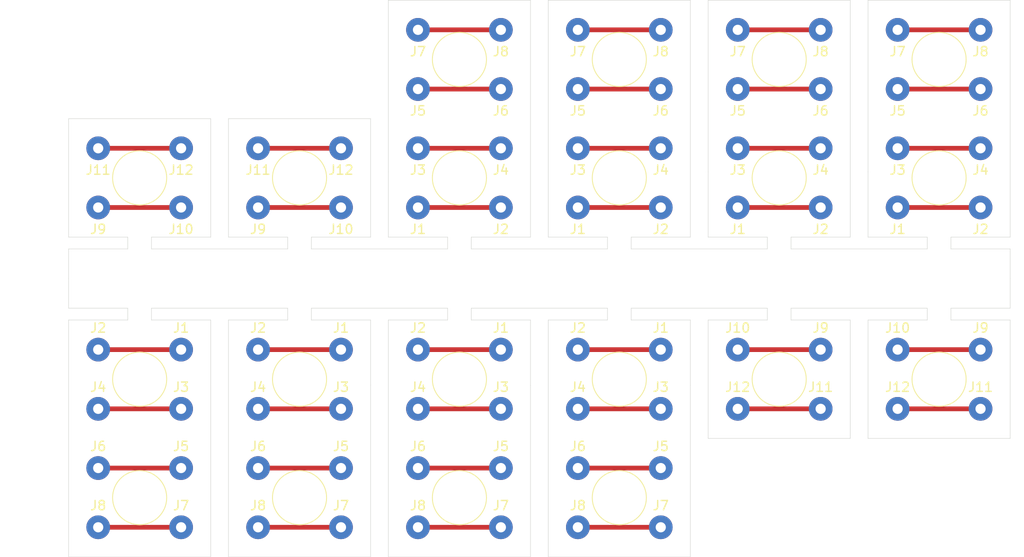
<source format=kicad_pcb>
(kicad_pcb (version 20240108) (generator "pcbnew") (generator_version "8.0")
  (layers (0 "F.Cu" signal) (31 "B.Cu" signal) (34 "B.Paste" user) (35 "F.Paste" user) (36 "B.SilkS" user "B.Silkscreen") (37 "F.SilkS" user "F.Silkscreen") (38 "B.Mask" user) (39 "F.Mask" user) (44 "Edge.Cuts" user))
  (net 0 "")
  (net 1 "Net-(J1-Pin_1)")
  (net 2 "Net-(J3-Pin_1)")
  (net 3 "Net-(J5-Pin_1)")
  (net 4 "Net-(J7-Pin_1)")
  (net 5 "Net-(J10-Pin_1)")
  (net 6 "Net-(J11-Pin_1)")
  (footprint "my-conn-pad:PinHeader_1x01_P2.54mm_Vertical" (layer "F.Cu") (at 132.715 38.735 180)
    (property "Reference" "J8" (at 0 -2.33 360) (layer "F.SilkS"))
    (property "Value" "Conn_01x01")
    (pad "1" thru_hole circle (at 0 0 180) (size 2.54 2.54) (drill 1.0922) (layers "*.Cu" "*.Mask") (net 4 "Net-(J7-Pin_1)"))
  )
  (footprint "my-conn-pad:PinHeader_1x01_P2.54mm_Vertical" (layer "F.Cu") (at 72.39 51.435 180)
    (property "Reference" "J11" (at 0 -2.33 360) (layer "F.SilkS"))
    (property "Value" "Conn_01x01")
    (pad "1" thru_hole circle (at 0 0 180) (size 2.54 2.54) (drill 1.0922) (layers "*.Cu" "*.Mask") (net 6 "Net-(J11-Pin_1)"))
  )
  (footprint "my-conn-pad:PinHeader_1x01_P2.54mm_Vertical" (layer "F.Cu") (at 89.535 51.435 180)
    (property "Reference" "J3" (at 0 -2.33 360) (layer "F.SilkS"))
    (property "Value" "Conn_01x01")
    (pad "1" thru_hole circle (at 0 0 180) (size 2.54 2.54) (drill 1.0922) (layers "*.Cu" "*.Mask") (net 2 "Net-(J3-Pin_1)"))
  )
  (footprint "my-conn-pad:PinHeader_1x01_P2.54mm_Vertical" (layer "F.Cu") (at 55.245 92.075)
    (property "Reference" "J8" (at 0 -2.33 0) (layer "F.SilkS"))
    (property "Value" "Conn_01x01")
    (pad "1" thru_hole circle (at 0 0) (size 2.54 2.54) (drill 1.0922) (layers "*.Cu" "*.Mask") (net 4 "Net-(J7-Pin_1)"))
  )
  (footprint "my_mtg_hole:hole-440-nopad" (layer "F.Cu") (at 59.69 88.9)
    (property "Reference" "H2" (hide yes))
    (property "Value" "MountingHole")
    (fp_circle (center 0 0) (end 1.143 2.667) (stroke (width 0.1)) (fill none) (layer "F.SilkS"))
    (pad "" np_thru_hole circle (at 0 0) (size 1.524 1.524) (drill 3.2512) (layers "F&B.Cu" "*.Mask"))
  )
  (footprint "my-conn-pad:PinHeader_1x01_P2.54mm_Vertical" (layer "F.Cu") (at 140.97 51.435 180)
    (property "Reference" "J3" (at 0 -2.33 360) (layer "F.SilkS"))
    (property "Value" "Conn_01x01")
    (pad "1" thru_hole circle (at 0 0 180) (size 2.54 2.54) (drill 1.0922) (layers "*.Cu" "*.Mask") (net 2 "Net-(J3-Pin_1)"))
  )
  (footprint "my-conn-pad:PinHeader_1x01_P2.54mm_Vertical" (layer "F.Cu") (at 106.68 57.785 180)
    (property "Reference" "J1" (at 0 -2.33 360) (layer "F.SilkS"))
    (property "Value" "Conn_01x01")
    (pad "1" thru_hole circle (at 0 0 180) (size 2.54 2.54) (drill 1.0922) (layers "*.Cu" "*.Mask") (net 1 "Net-(J1-Pin_1)"))
  )
  (footprint "my-conn-pad:PinHeader_1x01_P2.54mm_Vertical" (layer "F.Cu") (at 132.715 51.435 180)
    (property "Reference" "J4" (at 0 -2.33 360) (layer "F.SilkS"))
    (property "Value" "Conn_01x01")
    (pad "1" thru_hole circle (at 0 0 180) (size 2.54 2.54) (drill 1.0922) (layers "*.Cu" "*.Mask") (net 2 "Net-(J3-Pin_1)"))
  )
  (footprint "my_mtg_hole:hole-440-nopad" (layer "F.Cu") (at 128.27 76.2)
    (property "Reference" "H3" (hide yes))
    (property "Value" "MountingHole")
    (fp_circle (center 0 0) (end 1.143 2.667) (stroke (width 0.1)) (fill none) (layer "F.SilkS"))
    (pad "" np_thru_hole circle (at 0 0) (size 1.524 1.524) (drill 3.2512) (layers "F&B.Cu" "*.Mask"))
  )
  (footprint "my-conn-pad:PinHeader_1x01_P2.54mm_Vertical" (layer "F.Cu") (at 132.715 73.025)
    (property "Reference" "J9" (at 0 -2.33 0) (layer "F.SilkS"))
    (property "Value" "Conn_01x01")
    (pad "1" thru_hole circle (at 0 0) (size 2.54 2.54) (drill 1.0922) (layers "*.Cu" "*.Mask") (net 5 "Net-(J10-Pin_1)"))
  )
  (footprint "my-conn-pad:PinHeader_1x01_P2.54mm_Vertical" (layer "F.Cu") (at 106.68 85.725)
    (property "Reference" "J6" (at 0 -2.33 0) (layer "F.SilkS"))
    (property "Value" "Conn_01x01")
    (pad "1" thru_hole circle (at 0 0) (size 2.54 2.54) (drill 1.0922) (layers "*.Cu" "*.Mask") (net 3 "Net-(J5-Pin_1)"))
  )
  (footprint "my-conn-pad:PinHeader_1x01_P2.54mm_Vertical" (layer "F.Cu") (at 132.715 45.085 180)
    (property "Reference" "J6" (at 0 -2.33 360) (layer "F.SilkS"))
    (property "Value" "Conn_01x01")
    (pad "1" thru_hole circle (at 0 0 180) (size 2.54 2.54) (drill 1.0922) (layers "*.Cu" "*.Mask") (net 3 "Net-(J5-Pin_1)"))
  )
  (footprint "my-conn-pad:PinHeader_1x01_P2.54mm_Vertical" (layer "F.Cu") (at 123.825 38.735 180)
    (property "Reference" "J7" (at 0 -2.33 360) (layer "F.SilkS"))
    (property "Value" "Conn_01x01")
    (pad "1" thru_hole circle (at 0 0 180) (size 2.54 2.54) (drill 1.0922) (layers "*.Cu" "*.Mask") (net 4 "Net-(J7-Pin_1)"))
  )
  (footprint "my-conn-pad:PinHeader_1x01_P2.54mm_Vertical" (layer "F.Cu") (at 89.535 57.785 180)
    (property "Reference" "J1" (at 0 -2.33 360) (layer "F.SilkS"))
    (property "Value" "Conn_01x01")
    (pad "1" thru_hole circle (at 0 0 180) (size 2.54 2.54) (drill 1.0922) (layers "*.Cu" "*.Mask") (net 1 "Net-(J1-Pin_1)"))
  )
  (footprint "my-conn-pad:PinHeader_1x01_P2.54mm_Vertical" (layer "F.Cu") (at 72.39 92.075)
    (property "Reference" "J8" (at 0 -2.33 0) (layer "F.SilkS"))
    (property "Value" "Conn_01x01")
    (pad "1" thru_hole circle (at 0 0) (size 2.54 2.54) (drill 1.0922) (layers "*.Cu" "*.Mask") (net 4 "Net-(J7-Pin_1)"))
  )
  (footprint "my_mtg_hole:hole-440-nopad" (layer "F.Cu") (at 128.27 54.61 180)
    (property "Reference" "H1" (hide yes))
    (property "Value" "MountingHole")
    (fp_circle (center 0 0) (end 1.143 2.667) (stroke (width 0.1)) (fill none) (layer "F.SilkS"))
    (pad "" np_thru_hole circle (at 0 0 180) (size 1.524 1.524) (drill 3.2512) (layers "F&B.Cu" "*.Mask"))
  )
  (footprint "my-conn-pad:PinHeader_1x01_P2.54mm_Vertical" (layer "F.Cu") (at 115.57 45.085 180)
    (property "Reference" "J6" (at 0 -2.33 360) (layer "F.SilkS"))
    (property "Value" "Conn_01x01")
    (pad "1" thru_hole circle (at 0 0 180) (size 2.54 2.54) (drill 1.0922) (layers "*.Cu" "*.Mask") (net 3 "Net-(J5-Pin_1)"))
  )
  (footprint "my-conn-pad:PinHeader_1x01_P2.54mm_Vertical" (layer "F.Cu") (at 149.86 51.435 180)
    (property "Reference" "J4" (at 0 -2.33 360) (layer "F.SilkS"))
    (property "Value" "Conn_01x01")
    (pad "1" thru_hole circle (at 0 0 180) (size 2.54 2.54) (drill 1.0922) (layers "*.Cu" "*.Mask") (net 2 "Net-(J3-Pin_1)"))
  )
  (footprint "my-conn-pad:PinHeader_1x01_P2.54mm_Vertical" (layer "F.Cu") (at 106.68 45.085 180)
    (property "Reference" "J5" (at 0 -2.33 360) (layer "F.SilkS"))
    (property "Value" "Conn_01x01")
    (pad "1" thru_hole circle (at 0 0 180) (size 2.54 2.54) (drill 1.0922) (layers "*.Cu" "*.Mask") (net 3 "Net-(J5-Pin_1)"))
  )
  (footprint "my-conn-pad:PinHeader_1x01_P2.54mm_Vertical" (layer "F.Cu") (at 149.86 45.085 180)
    (property "Reference" "J6" (at 0 -2.33 360) (layer "F.SilkS"))
    (property "Value" "Conn_01x01")
    (pad "1" thru_hole circle (at 0 0 180) (size 2.54 2.54) (drill 1.0922) (layers "*.Cu" "*.Mask") (net 3 "Net-(J5-Pin_1)"))
  )
  (footprint "my-conn-pad:PinHeader_1x01_P2.54mm_Vertical" (layer "F.Cu") (at 132.715 79.375)
    (property "Reference" "J11" (at 0 -2.33 0) (layer "F.SilkS"))
    (property "Value" "Conn_01x01")
    (pad "1" thru_hole circle (at 0 0) (size 2.54 2.54) (drill 1.0922) (layers "*.Cu" "*.Mask") (net 6 "Net-(J11-Pin_1)"))
  )
  (footprint "my-conn-pad:PinHeader_1x01_P2.54mm_Vertical" (layer "F.Cu") (at 115.57 85.725)
    (property "Reference" "J5" (at 0 -2.33 0) (layer "F.SilkS"))
    (property "Value" "Conn_01x01")
    (pad "1" thru_hole circle (at 0 0) (size 2.54 2.54) (drill 1.0922) (layers "*.Cu" "*.Mask") (net 3 "Net-(J5-Pin_1)"))
  )
  (footprint "my-conn-pad:PinHeader_1x01_P2.54mm_Vertical" (layer "F.Cu") (at 98.425 38.735 180)
    (property "Reference" "J8" (at 0 -2.33 360) (layer "F.SilkS"))
    (property "Value" "Conn_01x01")
    (pad "1" thru_hole circle (at 0 0 180) (size 2.54 2.54) (drill 1.0922) (layers "*.Cu" "*.Mask") (net 4 "Net-(J7-Pin_1)"))
  )
  (footprint "my-conn-pad:PinHeader_1x01_P2.54mm_Vertical" (layer "F.Cu") (at 55.245 51.435 180)
    (property "Reference" "J11" (at 0 -2.33 360) (layer "F.SilkS"))
    (property "Value" "Conn_01x01")
    (pad "1" thru_hole circle (at 0 0 180) (size 2.54 2.54) (drill 1.0922) (layers "*.Cu" "*.Mask") (net 6 "Net-(J11-Pin_1)"))
  )
  (footprint "my_mtg_hole:hole-440-nopad" (layer "F.Cu") (at 145.415 54.61 180)
    (property "Reference" "H1" (hide yes))
    (property "Value" "MountingHole")
    (fp_circle (center 0 0) (end 1.143 2.667) (stroke (width 0.1)) (fill none) (layer "F.SilkS"))
    (pad "" np_thru_hole circle (at 0 0 180) (size 1.524 1.524) (drill 3.2512) (layers "F&B.Cu" "*.Mask"))
  )
  (footprint "my-conn-pad:PinHeader_1x01_P2.54mm_Vertical" (layer "F.Cu") (at 64.135 57.785 180)
    (property "Reference" "J10" (at 0 -2.33 360) (layer "F.SilkS"))
    (property "Value" "Conn_01x01")
    (pad "1" thru_hole circle (at 0 0 180) (size 2.54 2.54) (drill 1.0922) (layers "*.Cu" "*.Mask") (net 5 "Net-(J10-Pin_1)"))
  )
  (footprint "my-conn-pad:PinHeader_1x01_P2.54mm_Vertical" (layer "F.Cu") (at 72.39 57.785 180)
    (property "Reference" "J9" (at 0 -2.33 360) (layer "F.SilkS"))
    (property "Value" "Conn_01x01")
    (pad "1" thru_hole circle (at 0 0 180) (size 2.54 2.54) (drill 1.0922) (layers "*.Cu" "*.Mask") (net 5 "Net-(J10-Pin_1)"))
  )
  (footprint "my-conn-pad:PinHeader_1x01_P2.54mm_Vertical" (layer "F.Cu") (at 89.535 38.735 180)
    (property "Reference" "J7" (at 0 -2.33 360) (layer "F.SilkS"))
    (property "Value" "Conn_01x01")
    (pad "1" thru_hole circle (at 0 0 180) (size 2.54 2.54) (drill 1.0922) (layers "*.Cu" "*.Mask") (net 4 "Net-(J7-Pin_1)"))
  )
  (footprint "my-conn-pad:PinHeader_1x01_P2.54mm_Vertical" (layer "F.Cu") (at 81.28 51.435 180)
    (property "Reference" "J12" (at 0 -2.33 360) (layer "F.SilkS"))
    (property "Value" "Conn_01x01")
    (pad "1" thru_hole circle (at 0 0 180) (size 2.54 2.54) (drill 1.0922) (layers "*.Cu" "*.Mask") (net 6 "Net-(J11-Pin_1)"))
  )
  (footprint "my-conn-pad:PinHeader_1x01_P2.54mm_Vertical" (layer "F.Cu") (at 106.68 38.735 180)
    (property "Reference" "J7" (at 0 -2.33 360) (layer "F.SilkS"))
    (property "Value" "Conn_01x01")
    (pad "1" thru_hole circle (at 0 0 180) (size 2.54 2.54) (drill 1.0922) (layers "*.Cu" "*.Mask") (net 4 "Net-(J7-Pin_1)"))
  )
  (footprint "my-conn-pad:PinHeader_1x01_P2.54mm_Vertical" (layer "F.Cu") (at 98.425 51.435 180)
    (property "Reference" "J4" (at 0 -2.33 360) (layer "F.SilkS"))
    (property "Value" "Conn_01x01")
    (pad "1" thru_hole circle (at 0 0 180) (size 2.54 2.54) (drill 1.0922) (layers "*.Cu" "*.Mask") (net 2 "Net-(J3-Pin_1)"))
  )
  (footprint "my_mtg_hole:hole-440-nopad" (layer "F.Cu") (at 145.415 41.91 180)
    (property "Reference" "H2" (hide yes))
    (property "Value" "MountingHole")
    (fp_circle (center 0 0) (end 1.143 2.667) (stroke (width 0.1)) (fill none) (layer "F.SilkS"))
    (pad "" np_thru_hole circle (at 0 0 180) (size 1.524 1.524) (drill 3.2512) (layers "F&B.Cu" "*.Mask"))
  )
  (footprint "my-conn-pad:PinHeader_1x01_P2.54mm_Vertical" (layer "F.Cu") (at 81.28 73.025)
    (property "Reference" "J1" (at 0 -2.33 0) (layer "F.SilkS"))
    (property "Value" "Conn_01x01")
    (pad "1" thru_hole circle (at 0 0) (size 2.54 2.54) (drill 1.0922) (layers "*.Cu" "*.Mask") (net 1 "Net-(J1-Pin_1)"))
  )
  (footprint "my-conn-pad:PinHeader_1x01_P2.54mm_Vertical" (layer "F.Cu") (at 123.825 73.025)
    (property "Reference" "J10" (at 0 -2.33 0) (layer "F.SilkS"))
    (property "Value" "Conn_01x01")
    (pad "1" thru_hole circle (at 0 0) (size 2.54 2.54) (drill 1.0922) (layers "*.Cu" "*.Mask") (net 5 "Net-(J10-Pin_1)"))
  )
  (footprint "my-conn-pad:PinHeader_1x01_P2.54mm_Vertical" (layer "F.Cu") (at 140.97 38.735 180)
    (property "Reference" "J7" (at 0 -2.33 360) (layer "F.SilkS"))
    (property "Value" "Conn_01x01")
    (pad "1" thru_hole circle (at 0 0 180) (size 2.54 2.54) (drill 1.0922) (layers "*.Cu" "*.Mask") (net 4 "Net-(J7-Pin_1)"))
  )
  (footprint "my_mtg_hole:hole-440-nopad" (layer "F.Cu") (at 76.835 76.2)
    (property "Reference" "H1" (hide yes))
    (property "Value" "MountingHole")
    (fp_circle (center 0 0) (end 1.143 2.667) (stroke (width 0.1)) (fill none) (layer "F.SilkS"))
    (pad "" np_thru_hole circle (at 0 0) (size 1.524 1.524) (drill 3.2512) (layers "F&B.Cu" "*.Mask"))
  )
  (footprint "my_mtg_hole:hole-440-nopad" (layer "F.Cu") (at 111.125 76.2)
    (property "Reference" "H1" (hide yes))
    (property "Value" "MountingHole")
    (fp_circle (center 0 0) (end 1.143 2.667) (stroke (width 0.1)) (fill none) (layer "F.SilkS"))
    (pad "" np_thru_hole circle (at 0 0) (size 1.524 1.524) (drill 3.2512) (layers "F&B.Cu" "*.Mask"))
  )
  (footprint "my-conn-pad:PinHeader_1x01_P2.54mm_Vertical" (layer "F.Cu") (at 81.28 92.075)
    (property "Reference" "J7" (at 0 -2.33 0) (layer "F.SilkS"))
    (property "Value" "Conn_01x01")
    (pad "1" thru_hole circle (at 0 0) (size 2.54 2.54) (drill 1.0922) (layers "*.Cu" "*.Mask") (net 4 "Net-(J7-Pin_1)"))
  )
  (footprint "my-conn-pad:PinHeader_1x01_P2.54mm_Vertical" (layer "F.Cu") (at 81.28 57.785 180)
    (property "Reference" "J10" (at 0 -2.33 360) (layer "F.SilkS"))
    (property "Value" "Conn_01x01")
    (pad "1" thru_hole circle (at 0 0 180) (size 2.54 2.54) (drill 1.0922) (layers "*.Cu" "*.Mask") (net 5 "Net-(J10-Pin_1)"))
  )
  (footprint "my_mtg_hole:hole-440-nopad" (layer "F.Cu") (at 93.98 76.2)
    (property "Reference" "H1" (hide yes))
    (property "Value" "MountingHole")
    (fp_circle (center 0 0) (end 1.143 2.667) (stroke (width 0.1)) (fill none) (layer "F.SilkS"))
    (pad "" np_thru_hole circle (at 0 0) (size 1.524 1.524) (drill 3.2512) (layers "F&B.Cu" "*.Mask"))
  )
  (footprint "my_mtg_hole:hole-440-nopad" (layer "F.Cu") (at 111.125 88.9)
    (property "Reference" "H2" (hide yes))
    (property "Value" "MountingHole")
    (fp_circle (center 0 0) (end 1.143 2.667) (stroke (width 0.1)) (fill none) (layer "F.SilkS"))
    (pad "" np_thru_hole circle (at 0 0) (size 1.524 1.524) (drill 3.2512) (layers "F&B.Cu" "*.Mask"))
  )
  (footprint "my_mtg_hole:hole-440-nopad" (layer "F.Cu") (at 76.835 54.61 180)
    (property "Reference" "H3" (hide yes))
    (property "Value" "MountingHole")
    (fp_circle (center 0 0) (end 1.143 2.667) (stroke (width 0.1)) (fill none) (layer "F.SilkS"))
    (pad "" np_thru_hole circle (at 0 0 180) (size 1.524 1.524) (drill 3.2512) (layers "F&B.Cu" "*.Mask"))
  )
  (footprint "my_mtg_hole:hole-440-nopad" (layer "F.Cu") (at 111.125 54.61 180)
    (property "Reference" "H1" (hide yes))
    (property "Value" "MountingHole")
    (fp_circle (center 0 0) (end 1.143 2.667) (stroke (width 0.1)) (fill none) (layer "F.SilkS"))
    (pad "" np_thru_hole circle (at 0 0 180) (size 1.524 1.524) (drill 3.2512) (layers "F&B.Cu" "*.Mask"))
  )
  (footprint "my-conn-pad:PinHeader_1x01_P2.54mm_Vertical" (layer "F.Cu") (at 98.425 85.725)
    (property "Reference" "J5" (at 0 -2.33 0) (layer "F.SilkS"))
    (property "Value" "Conn_01x01")
    (pad "1" thru_hole circle (at 0 0) (size 2.54 2.54) (drill 1.0922) (layers "*.Cu" "*.Mask") (net 3 "Net-(J5-Pin_1)"))
  )
  (footprint "my-conn-pad:PinHeader_1x01_P2.54mm_Vertical" (layer "F.Cu") (at 98.425 45.085 180)
    (property "Reference" "J6" (at 0 -2.33 360) (layer "F.SilkS"))
    (property "Value" "Conn_01x01")
    (pad "1" thru_hole circle (at 0 0 180) (size 2.54 2.54) (drill 1.0922) (layers "*.Cu" "*.Mask") (net 3 "Net-(J5-Pin_1)"))
  )
  (footprint "my_mtg_hole:hole-440-nopad" (layer "F.Cu") (at 145.415 76.2)
    (property "Reference" "H3" (hide yes))
    (property "Value" "MountingHole")
    (fp_circle (center 0 0) (end 1.143 2.667) (stroke (width 0.1)) (fill none) (layer "F.SilkS"))
    (pad "" np_thru_hole circle (at 0 0) (size 1.524 1.524) (drill 3.2512) (layers "F&B.Cu" "*.Mask"))
  )
  (footprint "my-conn-pad:PinHeader_1x01_P2.54mm_Vertical" (layer "F.Cu") (at 98.425 79.375)
    (property "Reference" "J3" (at 0 -2.33 0) (layer "F.SilkS"))
    (property "Value" "Conn_01x01")
    (pad "1" thru_hole circle (at 0 0) (size 2.54 2.54) (drill 1.0922) (layers "*.Cu" "*.Mask") (net 2 "Net-(J3-Pin_1)"))
  )
  (footprint "my-conn-pad:PinHeader_1x01_P2.54mm_Vertical" (layer "F.Cu") (at 72.39 79.375)
    (property "Reference" "J4" (at 0 -2.33 0) (layer "F.SilkS"))
    (property "Value" "Conn_01x01")
    (pad "1" thru_hole circle (at 0 0) (size 2.54 2.54) (drill 1.0922) (layers "*.Cu" "*.Mask") (net 2 "Net-(J3-Pin_1)"))
  )
  (footprint "my-conn-pad:PinHeader_1x01_P2.54mm_Vertical" (layer "F.Cu") (at 115.57 92.075)
    (property "Reference" "J7" (at 0 -2.33 0) (layer "F.SilkS"))
    (property "Value" "Conn_01x01")
    (pad "1" thru_hole circle (at 0 0) (size 2.54 2.54) (drill 1.0922) (layers "*.Cu" "*.Mask") (net 4 "Net-(J7-Pin_1)"))
  )
  (footprint "my-conn-pad:PinHeader_1x01_P2.54mm_Vertical" (layer "F.Cu") (at 149.86 38.735 180)
    (property "Reference" "J8" (at 0 -2.33 360) (layer "F.SilkS"))
    (property "Value" "Conn_01x01")
    (pad "1" thru_hole circle (at 0 0 180) (size 2.54 2.54) (drill 1.0922) (layers "*.Cu" "*.Mask") (net 4 "Net-(J7-Pin_1)"))
  )
  (footprint "my-conn-pad:PinHeader_1x01_P2.54mm_Vertical" (layer "F.Cu") (at 115.57 57.785 180)
    (property "Reference" "J2" (at 0 -2.33 360) (layer "F.SilkS"))
    (property "Value" "Conn_01x01")
    (pad "1" thru_hole circle (at 0 0 180) (size 2.54 2.54) (drill 1.0922) (layers "*.Cu" "*.Mask") (net 1 "Net-(J1-Pin_1)"))
  )
  (footprint "my_mtg_hole:hole-440-nopad" (layer "F.Cu") (at 93.98 54.61 180)
    (property "Reference" "H1" (hide yes))
    (property "Value" "MountingHole")
    (fp_circle (center 0 0) (end 1.143 2.667) (stroke (width 0.1)) (fill none) (layer "F.SilkS"))
    (pad "" np_thru_hole circle (at 0 0 180) (size 1.524 1.524) (drill 3.2512) (layers "F&B.Cu" "*.Mask"))
  )
  (footprint "my_mtg_hole:hole-440-nopad" (layer "F.Cu") (at 93.98 88.9)
    (property "Reference" "H2" (hide yes))
    (property "Value" "MountingHole")
    (fp_circle (center 0 0) (end 1.143 2.667) (stroke (width 0.1)) (fill none) (layer "F.SilkS"))
    (pad "" np_thru_hole circle (at 0 0) (size 1.524 1.524) (drill 3.2512) (layers "F&B.Cu" "*.Mask"))
  )
  (footprint "my-conn-pad:PinHeader_1x01_P2.54mm_Vertical" (layer "F.Cu") (at 140.97 79.375)
    (property "Reference" "J12" (at 0 -2.33 0) (layer "F.SilkS"))
    (property "Value" "Conn_01x01")
    (pad "1" thru_hole circle (at 0 0) (size 2.54 2.54) (drill 1.0922) (layers "*.Cu" "*.Mask") (net 6 "Net-(J11-Pin_1)"))
  )
  (footprint "my-conn-pad:PinHeader_1x01_P2.54mm_Vertical" (layer "F.Cu") (at 140.97 73.025)
    (property "Reference" "J10" (at 0 -2.33 0) (layer "F.SilkS"))
    (property "Value" "Conn_01x01")
    (pad "1" thru_hole circle (at 0 0) (size 2.54 2.54) (drill 1.0922) (layers "*.Cu" "*.Mask") (net 5 "Net-(J10-Pin_1)"))
  )
  (footprint "my-conn-pad:PinHeader_1x01_P2.54mm_Vertical" (layer "F.Cu") (at 115.57 79.375)
    (property "Reference" "J3" (at 0 -2.33 0) (layer "F.SilkS"))
    (property "Value" "Conn_01x01")
    (pad "1" thru_hole circle (at 0 0) (size 2.54 2.54) (drill 1.0922) (layers "*.Cu" "*.Mask") (net 2 "Net-(J3-Pin_1)"))
  )
  (footprint "my-conn-pad:PinHeader_1x01_P2.54mm_Vertical" (layer "F.Cu") (at 98.425 57.785 180)
    (property "Reference" "J2" (at 0 -2.33 360) (layer "F.SilkS"))
    (property "Value" "Conn_01x01")
    (pad "1" thru_hole circle (at 0 0 180) (size 2.54 2.54) (drill 1.0922) (layers "*.Cu" "*.Mask") (net 1 "Net-(J1-Pin_1)"))
  )
  (footprint "my_mtg_hole:hole-440-nopad" (layer "F.Cu") (at 128.27 41.91 180)
    (property "Reference" "H2" (hide yes))
    (property "Value" "MountingHole")
    (fp_circle (center 0 0) (end 1.143 2.667) (stroke (width 0.1)) (fill none) (layer "F.SilkS"))
    (pad "" np_thru_hole circle (at 0 0 180) (size 1.524 1.524) (drill 3.2512) (layers "F&B.Cu" "*.Mask"))
  )
  (footprint "my-conn-pad:PinHeader_1x01_P2.54mm_Vertical" (layer "F.Cu") (at 64.135 51.435 180)
    (property "Reference" "J12" (at 0 -2.33 360) (layer "F.SilkS"))
    (property "Value" "Conn_01x01")
    (pad "1" thru_hole circle (at 0 0 180) (size 2.54 2.54) (drill 1.0922) (layers "*.Cu" "*.Mask") (net 6 "Net-(J11-Pin_1)"))
  )
  (footprint "my_mtg_hole:hole-440-nopad" (layer "F.Cu") (at 76.835 88.9)
    (property "Reference" "H2" (hide yes))
    (property "Value" "MountingHole")
    (fp_circle (center 0 0) (end 1.143 2.667) (stroke (width 0.1)) (fill none) (layer "F.SilkS"))
    (pad "" np_thru_hole circle (at 0 0) (size 1.524 1.524) (drill 3.2512) (layers "F&B.Cu" "*.Mask"))
  )
  (footprint "my-conn-pad:PinHeader_1x01_P2.54mm_Vertical" (layer "F.Cu") (at 64.135 85.725)
    (property "Reference" "J5" (at 0 -2.33 0) (layer "F.SilkS"))
    (property "Value" "Conn_01x01")
    (pad "1" thru_hole circle (at 0 0) (size 2.54 2.54) (drill 1.0922) (layers "*.Cu" "*.Mask") (net 3 "Net-(J5-Pin_1)"))
  )
  (footprint "my_mtg_hole:hole-440-nopad" (layer "F.Cu") (at 59.69 54.61 180)
    (property "Reference" "H3" (hide yes))
    (property "Value" "MountingHole")
    (fp_circle (center 0 0) (end 1.143 2.667) (stroke (width 0.1)) (fill none) (layer "F.SilkS"))
    (pad "" np_thru_hole circle (at 0 0 180) (size 1.524 1.524) (drill 3.2512) (layers "F&B.Cu" "*.Mask"))
  )
  (footprint "my-conn-pad:PinHeader_1x01_P2.54mm_Vertical" (layer "F.Cu") (at 98.425 92.075)
    (property "Reference" "J7" (at 0 -2.33 0) (layer "F.SilkS"))
    (property "Value" "Conn_01x01")
    (pad "1" thru_hole circle (at 0 0) (size 2.54 2.54) (drill 1.0922) (layers "*.Cu" "*.Mask") (net 4 "Net-(J7-Pin_1)"))
  )
  (footprint "my-conn-pad:PinHeader_1x01_P2.54mm_Vertical" (layer "F.Cu") (at 55.245 85.725)
    (property "Reference" "J6" (at 0 -2.33 0) (layer "F.SilkS"))
    (property "Value" "Conn_01x01")
    (pad "1" thru_hole circle (at 0 0) (size 2.54 2.54) (drill 1.0922) (layers "*.Cu" "*.Mask") (net 3 "Net-(J5-Pin_1)"))
  )
  (footprint "my-conn-pad:PinHeader_1x01_P2.54mm_Vertical" (layer "F.Cu") (at 64.135 73.025)
    (property "Reference" "J1" (at 0 -2.33 0) (layer "F.SilkS"))
    (property "Value" "Conn_01x01")
    (pad "1" thru_hole circle (at 0 0) (size 2.54 2.54) (drill 1.0922) (layers "*.Cu" "*.Mask") (net 1 "Net-(J1-Pin_1)"))
  )
  (footprint "my-conn-pad:PinHeader_1x01_P2.54mm_Vertical" (layer "F.Cu") (at 81.28 85.725)
    (property "Reference" "J5" (at 0 -2.33 0) (layer "F.SilkS"))
    (property "Value" "Conn_01x01")
    (pad "1" thru_hole circle (at 0 0) (size 2.54 2.54) (drill 1.0922) (layers "*.Cu" "*.Mask") (net 3 "Net-(J5-Pin_1)"))
  )
  (footprint "my-conn-pad:PinHeader_1x01_P2.54mm_Vertical" (layer "F.Cu") (at 55.245 57.785 180)
    (property "Reference" "J9" (at 0 -2.33 360) (layer "F.SilkS"))
    (property "Value" "Conn_01x01")
    (pad "1" thru_hole circle (at 0 0 180) (size 2.54 2.54) (drill 1.0922) (layers "*.Cu" "*.Mask") (net 5 "Net-(J10-Pin_1)"))
  )
  (footprint "my-conn-pad:PinHeader_1x01_P2.54mm_Vertical" (layer "F.Cu") (at 106.68 73.025)
    (property "Reference" "J2" (at 0 -2.33 0) (layer "F.SilkS"))
    (property "Value" "Conn_01x01")
    (pad "1" thru_hole circle (at 0 0) (size 2.54 2.54) (drill 1.0922) (layers "*.Cu" "*.Mask") (net 1 "Net-(J1-Pin_1)"))
  )
  (footprint "my-conn-pad:PinHeader_1x01_P2.54mm_Vertical" (layer "F.Cu") (at 140.97 45.085 180)
    (property "Reference" "J5" (at 0 -2.33 360) (layer "F.SilkS"))
    (property "Value" "Conn_01x01")
    (pad "1" thru_hole circle (at 0 0 180) (size 2.54 2.54) (drill 1.0922) (layers "*.Cu" "*.Mask") (net 3 "Net-(J5-Pin_1)"))
  )
  (footprint "my-conn-pad:PinHeader_1x01_P2.54mm_Vertical" (layer "F.Cu") (at 89.535 45.085 180)
    (property "Reference" "J5" (at 0 -2.33 360) (layer "F.SilkS"))
    (property "Value" "Conn_01x01")
    (pad "1" thru_hole circle (at 0 0 180) (size 2.54 2.54) (drill 1.0922) (layers "*.Cu" "*.Mask") (net 3 "Net-(J5-Pin_1)"))
  )
  (footprint "my-conn-pad:PinHeader_1x01_P2.54mm_Vertical" (layer "F.Cu") (at 98.425 73.025)
    (property "Reference" "J1" (at 0 -2.33 0) (layer "F.SilkS"))
    (property "Value" "Conn_01x01")
    (pad "1" thru_hole circle (at 0 0) (size 2.54 2.54) (drill 1.0922) (layers "*.Cu" "*.Mask") (net 1 "Net-(J1-Pin_1)"))
  )
  (footprint "my-conn-pad:PinHeader_1x01_P2.54mm_Vertical" (layer "F.Cu") (at 72.39 73.025)
    (property "Reference" "J2" (at 0 -2.33 0) (layer "F.SilkS"))
    (property "Value" "Conn_01x01")
    (pad "1" thru_hole circle (at 0 0) (size 2.54 2.54) (drill 1.0922) (layers "*.Cu" "*.Mask") (net 1 "Net-(J1-Pin_1)"))
  )
  (footprint "my-conn-pad:PinHeader_1x01_P2.54mm_Vertical" (layer "F.Cu") (at 149.86 79.375)
    (property "Reference" "J11" (at 0 -2.33 0) (layer "F.SilkS"))
    (property "Value" "Conn_01x01")
    (pad "1" thru_hole circle (at 0 0) (size 2.54 2.54) (drill 1.0922) (layers "*.Cu" "*.Mask") (net 6 "Net-(J11-Pin_1)"))
  )
  (footprint "my-conn-pad:PinHeader_1x01_P2.54mm_Vertical" (layer "F.Cu") (at 55.245 79.375)
    (property "Reference" "J4" (at 0 -2.33 0) (layer "F.SilkS"))
    (property "Value" "Conn_01x01")
    (pad "1" thru_hole circle (at 0 0) (size 2.54 2.54) (drill 1.0922) (layers "*.Cu" "*.Mask") (net 2 "Net-(J3-Pin_1)"))
  )
  (footprint "my-conn-pad:PinHeader_1x01_P2.54mm_Vertical" (layer "F.Cu") (at 89.535 92.075)
    (property "Reference" "J8" (at 0 -2.33 0) (layer "F.SilkS"))
    (property "Value" "Conn_01x01")
    (pad "1" thru_hole circle (at 0 0) (size 2.54 2.54) (drill 1.0922) (layers "*.Cu" "*.Mask") (net 4 "Net-(J7-Pin_1)"))
  )
  (footprint "my-conn-pad:PinHeader_1x01_P2.54mm_Vertical" (layer "F.Cu") (at 123.825 45.085 180)
    (property "Reference" "J5" (at 0 -2.33 360) (layer "F.SilkS"))
    (property "Value" "Conn_01x01")
    (pad "1" thru_hole circle (at 0 0 180) (size 2.54 2.54) (drill 1.0922) (layers "*.Cu" "*.Mask") (net 3 "Net-(J5-Pin_1)"))
  )
  (footprint "my-conn-pad:PinHeader_1x01_P2.54mm_Vertical" (layer "F.Cu") (at 123.825 79.375)
    (property "Reference" "J12" (at 0 -2.33 0) (layer "F.SilkS"))
    (property "Value" "Conn_01x01")
    (pad "1" thru_hole circle (at 0 0) (size 2.54 2.54) (drill 1.0922) (layers "*.Cu" "*.Mask") (net 6 "Net-(J11-Pin_1)"))
  )
  (footprint "my_mtg_hole:hole-440-nopad" (layer "F.Cu") (at 93.98 41.91 180)
    (property "Reference" "H2" (hide yes))
    (property "Value" "MountingHole")
    (fp_circle (center 0 0) (end 1.143 2.667) (stroke (width 0.1)) (fill none) (layer "F.SilkS"))
    (pad "" np_thru_hole circle (at 0 0 180) (size 1.524 1.524) (drill 3.2512) (layers "F&B.Cu" "*.Mask"))
  )
  (footprint "my-conn-pad:PinHeader_1x01_P2.54mm_Vertical" (layer "F.Cu") (at 115.57 51.435 180)
    (property "Reference" "J4" (at 0 -2.33 360) (layer "F.SilkS"))
    (property "Value" "Conn_01x01")
    (pad "1" thru_hole circle (at 0 0 180) (size 2.54 2.54) (drill 1.0922) (layers "*.Cu" "*.Mask") (net 2 "Net-(J3-Pin_1)"))
  )
  (footprint "my-conn-pad:PinHeader_1x01_P2.54mm_Vertical" (layer "F.Cu") (at 72.39 85.725)
    (property "Reference" "J6" (at 0 -2.33 0) (layer "F.SilkS"))
    (property "Value" "Conn_01x01")
    (pad "1" thru_hole circle (at 0 0) (size 2.54 2.54) (drill 1.0922) (layers "*.Cu" "*.Mask") (net 3 "Net-(J5-Pin_1)"))
  )
  (footprint "my-conn-pad:PinHeader_1x01_P2.54mm_Vertical" (layer "F.Cu") (at 55.245 73.025)
    (property "Reference" "J2" (at 0 -2.33 0) (layer "F.SilkS"))
    (property "Value" "Conn_01x01")
    (pad "1" thru_hole circle (at 0 0) (size 2.54 2.54) (drill 1.0922) (layers "*.Cu" "*.Mask") (net 1 "Net-(J1-Pin_1)"))
  )
  (footprint "my-conn-pad:PinHeader_1x01_P2.54mm_Vertical" (layer "F.Cu") (at 64.135 79.375)
    (property "Reference" "J3" (at 0 -2.33 0) (layer "F.SilkS"))
    (property "Value" "Conn_01x01")
    (pad "1" thru_hole circle (at 0 0) (size 2.54 2.54) (drill 1.0922) (layers "*.Cu" "*.Mask") (net 2 "Net-(J3-Pin_1)"))
  )
  (footprint "my-conn-pad:PinHeader_1x01_P2.54mm_Vertical" (layer "F.Cu") (at 81.28 79.375)
    (property "Reference" "J3" (at 0 -2.33 0) (layer "F.SilkS"))
    (property "Value" "Conn_01x01")
    (pad "1" thru_hole circle (at 0 0) (size 2.54 2.54) (drill 1.0922) (layers "*.Cu" "*.Mask") (net 2 "Net-(J3-Pin_1)"))
  )
  (footprint "my_mtg_hole:hole-440-nopad" (layer "F.Cu") (at 111.125 41.91 180)
    (property "Reference" "H2" (hide yes))
    (property "Value" "MountingHole")
    (fp_circle (center 0 0) (end 1.143 2.667) (stroke (width 0.1)) (fill none) (layer "F.SilkS"))
    (pad "" np_thru_hole circle (at 0 0 180) (size 1.524 1.524) (drill 3.2512) (layers "F&B.Cu" "*.Mask"))
  )
  (footprint "my-conn-pad:PinHeader_1x01_P2.54mm_Vertical" (layer "F.Cu") (at 132.715 57.785 180)
    (property "Reference" "J2" (at 0 -2.33 360) (layer "F.SilkS"))
    (property "Value" "Conn_01x01")
    (pad "1" thru_hole circle (at 0 0 180) (size 2.54 2.54) (drill 1.0922) (layers "*.Cu" "*.Mask") (net 1 "Net-(J1-Pin_1)"))
  )
  (footprint "my-conn-pad:PinHeader_1x01_P2.54mm_Vertical" (layer "F.Cu") (at 64.135 92.075)
    (property "Reference" "J7" (at 0 -2.33 0) (layer "F.SilkS"))
    (property "Value" "Conn_01x01")
    (pad "1" thru_hole circle (at 0 0) (size 2.54 2.54) (drill 1.0922) (layers "*.Cu" "*.Mask") (net 4 "Net-(J7-Pin_1)"))
  )
  (footprint "my-conn-pad:PinHeader_1x01_P2.54mm_Vertical" (layer "F.Cu") (at 106.68 51.435 180)
    (property "Reference" "J3" (at 0 -2.33 360) (layer "F.SilkS"))
    (property "Value" "Conn_01x01")
    (pad "1" thru_hole circle (at 0 0 180) (size 2.54 2.54) (drill 1.0922) (layers "*.Cu" "*.Mask") (net 2 "Net-(J3-Pin_1)"))
  )
  (footprint "my-conn-pad:PinHeader_1x01_P2.54mm_Vertical" (layer "F.Cu") (at 149.86 57.785 180)
    (property "Reference" "J2" (at 0 -2.33 360) (layer "F.SilkS"))
    (property "Value" "Conn_01x01")
    (pad "1" thru_hole circle (at 0 0 180) (size 2.54 2.54) (drill 1.0922) (layers "*.Cu" "*.Mask") (net 1 "Net-(J1-Pin_1)"))
  )
  (footprint "my-conn-pad:PinHeader_1x01_P2.54mm_Vertical" (layer "F.Cu") (at 149.86 73.025)
    (property "Reference" "J9" (at 0 -2.33 0) (layer "F.SilkS"))
    (property "Value" "Conn_01x01")
    (pad "1" thru_hole circle (at 0 0) (size 2.54 2.54) (drill 1.0922) (layers "*.Cu" "*.Mask") (net 5 "Net-(J10-Pin_1)"))
  )
  (footprint "my-conn-pad:PinHeader_1x01_P2.54mm_Vertical" (layer "F.Cu") (at 89.535 85.725)
    (property "Reference" "J6" (at 0 -2.33 0) (layer "F.SilkS"))
    (property "Value" "Conn_01x01")
    (pad "1" thru_hole circle (at 0 0) (size 2.54 2.54) (drill 1.0922) (layers "*.Cu" "*.Mask") (net 3 "Net-(J5-Pin_1)"))
  )
  (footprint "my-conn-pad:PinHeader_1x01_P2.54mm_Vertical" (layer "F.Cu") (at 115.57 73.025)
    (property "Reference" "J1" (at 0 -2.33 0) (layer "F.SilkS"))
    (property "Value" "Conn_01x01")
    (pad "1" thru_hole circle (at 0 0) (size 2.54 2.54) (drill 1.0922) (layers "*.Cu" "*.Mask") (net 1 "Net-(J1-Pin_1)"))
  )
  (footprint "my-conn-pad:PinHeader_1x01_P2.54mm_Vertical" (layer "F.Cu") (at 106.68 92.075)
    (property "Reference" "J8" (at 0 -2.33 0) (layer "F.SilkS"))
    (property "Value" "Conn_01x01")
    (pad "1" thru_hole circle (at 0 0) (size 2.54 2.54) (drill 1.0922) (layers "*.Cu" "*.Mask") (net 4 "Net-(J7-Pin_1)"))
  )
  (footprint "my-conn-pad:PinHeader_1x01_P2.54mm_Vertical" (layer "F.Cu") (at 89.535 73.025)
    (property "Reference" "J2" (at 0 -2.33 0) (layer "F.SilkS"))
    (property "Value" "Conn_01x01")
    (pad "1" thru_hole circle (at 0 0) (size 2.54 2.54) (drill 1.0922) (layers "*.Cu" "*.Mask") (net 1 "Net-(J1-Pin_1)"))
  )
  (footprint "my-conn-pad:PinHeader_1x01_P2.54mm_Vertical" (layer "F.Cu") (at 140.97 57.785 180)
    (property "Reference" "J1" (at 0 -2.33 360) (layer "F.SilkS"))
    (property "Value" "Conn_01x01")
    (pad "1" thru_hole circle (at 0 0 180) (size 2.54 2.54) (drill 1.0922) (layers "*.Cu" "*.Mask") (net 1 "Net-(J1-Pin_1)"))
  )
  (footprint "my_mtg_hole:hole-440-nopad" (layer "F.Cu") (at 59.69 76.2)
    (property "Reference" "H1" (hide yes))
    (property "Value" "MountingHole")
    (fp_circle (center 0 0) (end 1.143 2.667) (stroke (width 0.1)) (fill none) (layer "F.SilkS"))
    (pad "" np_thru_hole circle (at 0 0) (size 1.524 1.524) (drill 3.2512) (layers "F&B.Cu" "*.Mask"))
  )
  (footprint "my-conn-pad:PinHeader_1x01_P2.54mm_Vertical" (layer "F.Cu") (at 123.825 57.785 180)
    (property "Reference" "J1" (at 0 -2.33 360) (layer "F.SilkS"))
    (property "Value" "Conn_01x01")
    (pad "1" thru_hole circle (at 0 0 180) (size 2.54 2.54) (drill 1.0922) (layers "*.Cu" "*.Mask") (net 1 "Net-(J1-Pin_1)"))
  )
  (footprint "my-conn-pad:PinHeader_1x01_P2.54mm_Vertical" (layer "F.Cu") (at 89.535 79.375)
    (property "Reference" "J4" (at 0 -2.33 0) (layer "F.SilkS"))
    (property "Value" "Conn_01x01")
    (pad "1" thru_hole circle (at 0 0) (size 2.54 2.54) (drill 1.0922) (layers "*.Cu" "*.Mask") (net 2 "Net-(J3-Pin_1)"))
  )
  (footprint "my-conn-pad:PinHeader_1x01_P2.54mm_Vertical" (layer "F.Cu") (at 115.57 38.735 180)
    (property "Reference" "J8" (at 0 -2.33 360) (layer "F.SilkS"))
    (property "Value" "Conn_01x01")
    (pad "1" thru_hole circle (at 0 0 180) (size 2.54 2.54) (drill 1.0922) (layers "*.Cu" "*.Mask") (net 4 "Net-(J7-Pin_1)"))
  )
  (footprint "my-conn-pad:PinHeader_1x01_P2.54mm_Vertical" (layer "F.Cu") (at 106.68 79.375)
    (property "Reference" "J4" (at 0 -2.33 0) (layer "F.SilkS"))
    (property "Value" "Conn_01x01")
    (pad "1" thru_hole circle (at 0 0) (size 2.54 2.54) (drill 1.0922) (layers "*.Cu" "*.Mask") (net 2 "Net-(J3-Pin_1)"))
  )
  (footprint "my-conn-pad:PinHeader_1x01_P2.54mm_Vertical" (layer "F.Cu") (at 123.825 51.435 180)
    (property "Reference" "J3" (at 0 -2.33 360) (layer "F.SilkS"))
    (property "Value" "Conn_01x01")
    (pad "1" thru_hole circle (at 0 0 180) (size 2.54 2.54) (drill 1.0922) (layers "*.Cu" "*.Mask") (net 2 "Net-(J3-Pin_1)"))
  )
  (gr_line (start 118.745 76.835) (end 118.745 76.835) (stroke (width 0.05)) (layer "Edge.Cuts"))
  (gr_line (start 103.505 35.56) (end 118.745 35.56) (stroke (width 0.05)) (layer "Edge.Cuts"))
  (gr_line (start 101.6 60.96) (end 95.25 60.96) (stroke (width 0.05)) (layer "Edge.Cuts"))
  (gr_line (start 84.455 76.835) (end 84.455 76.835) (stroke (width 0.05)) (layer "Edge.Cuts"))
  (gr_line (start 144.145 60.96) (end 137.795 60.96) (stroke (width 0.05)) (layer "Edge.Cuts"))
  (gr_line (start 146.685 68.58) (end 153.035 68.58) (stroke (width 0.05)) (layer "Edge.Cuts"))
  (gr_line (start 86.36 35.56) (end 101.6 35.56) (stroke (width 0.05)) (layer "Edge.Cuts"))
  (gr_line (start 75.565 62.23) (end 75.565 60.96) (stroke (width 0.05)) (layer "Edge.Cuts"))
  (gr_line (start 129.54 68.58) (end 144.145 68.58) (stroke (width 0.05)) (layer "Edge.Cuts"))
  (gr_line (start 69.215 69.85) (end 75.565 69.85) (stroke (width 0.05)) (layer "Edge.Cuts"))
  (gr_line (start 92.71 60.96) (end 86.36 60.96) (stroke (width 0.05)) (layer "Edge.Cuts"))
  (gr_line (start 146.685 69.85) (end 153.035 69.85) (stroke (width 0.05)) (layer "Edge.Cuts"))
  (gr_line (start 84.455 60.96) (end 84.455 48.26) (stroke (width 0.05)) (layer "Edge.Cuts"))
  (gr_line (start 60.96 68.58) (end 75.565 68.58) (stroke (width 0.05)) (layer "Edge.Cuts"))
  (gr_line (start 144.145 69.85) (end 144.145 68.58) (stroke (width 0.05)) (layer "Edge.Cuts"))
  (gr_line (start 109.855 60.96) (end 103.505 60.96) (stroke (width 0.05)) (layer "Edge.Cuts"))
  (gr_line (start 52.07 65.405) (end 52.07 68.58) (stroke (width 0.05)) (layer "Edge.Cuts"))
  (gr_line (start 112.395 68.58) (end 127 68.58) (stroke (width 0.05)) (layer "Edge.Cuts"))
  (gr_line (start 120.65 53.975) (end 120.65 53.975) (stroke (width 0.05)) (layer "Edge.Cuts"))
  (gr_line (start 78.105 69.85) (end 84.455 69.85) (stroke (width 0.05)) (layer "Edge.Cuts"))
  (gr_line (start 101.6 69.85) (end 101.6 95.25) (stroke (width 0.05)) (layer "Edge.Cuts"))
  (gr_line (start 92.71 69.85) (end 92.71 68.58) (stroke (width 0.05)) (layer "Edge.Cuts"))
  (gr_line (start 86.36 60.96) (end 86.36 35.56) (stroke (width 0.05)) (layer "Edge.Cuts"))
  (gr_line (start 52.07 95.25) (end 52.07 69.85) (stroke (width 0.05)) (layer "Edge.Cuts"))
  (gr_line (start 78.105 68.58) (end 78.105 69.85) (stroke (width 0.05)) (layer "Edge.Cuts"))
  (gr_line (start 137.795 35.56) (end 153.035 35.56) (stroke (width 0.05)) (layer "Edge.Cuts"))
  (gr_line (start 153.035 65.405) (end 153.035 62.23) (stroke (width 0.05)) (layer "Edge.Cuts"))
  (gr_line (start 95.25 60.96) (end 95.25 62.23) (stroke (width 0.05)) (layer "Edge.Cuts"))
  (gr_line (start 120.65 69.85) (end 127 69.85) (stroke (width 0.05)) (layer "Edge.Cuts"))
  (gr_line (start 129.54 68.58) (end 129.54 69.85) (stroke (width 0.05)) (layer "Edge.Cuts"))
  (gr_line (start 86.36 95.25) (end 86.36 69.85) (stroke (width 0.05)) (layer "Edge.Cuts"))
  (gr_line (start 146.685 68.58) (end 146.685 69.85) (stroke (width 0.05)) (layer "Edge.Cuts"))
  (gr_line (start 129.54 69.85) (end 135.89 69.85) (stroke (width 0.05)) (layer "Edge.Cuts"))
  (gr_line (start 135.89 69.85) (end 135.89 82.55) (stroke (width 0.05)) (layer "Edge.Cuts"))
  (gr_line (start 127 60.96) (end 120.65 60.96) (stroke (width 0.05)) (layer "Edge.Cuts"))
  (gr_line (start 95.25 68.58) (end 109.855 68.58) (stroke (width 0.05)) (layer "Edge.Cuts"))
  (gr_line (start 67.31 48.26) (end 52.07 48.26) (stroke (width 0.05)) (layer "Edge.Cuts"))
  (gr_line (start 52.07 62.23) (end 52.07 65.405) (stroke (width 0.05)) (layer "Edge.Cuts"))
  (gr_line (start 67.31 76.835) (end 67.31 76.835) (stroke (width 0.05)) (layer "Edge.Cuts"))
  (gr_line (start 137.795 53.975) (end 137.795 53.975) (stroke (width 0.05)) (layer "Edge.Cuts"))
  (gr_line (start 84.455 69.85) (end 84.455 95.25) (stroke (width 0.05)) (layer "Edge.Cuts"))
  (gr_line (start 101.6 95.25) (end 86.36 95.25) (stroke (width 0.05)) (layer "Edge.Cuts"))
  (gr_line (start 101.6 76.835) (end 101.6 76.835) (stroke (width 0.05)) (layer "Edge.Cuts"))
  (gr_line (start 120.65 82.55) (end 135.89 82.55) (stroke (width 0.05)) (layer "Edge.Cuts"))
  (gr_line (start 75.565 69.85) (end 75.565 68.58) (stroke (width 0.05)) (layer "Edge.Cuts"))
  (gr_line (start 118.745 69.85) (end 118.745 95.25) (stroke (width 0.05)) (layer "Edge.Cuts"))
  (gr_line (start 144.145 62.23) (end 144.145 60.96) (stroke (width 0.05)) (layer "Edge.Cuts"))
  (gr_line (start 127 69.85) (end 127 68.58) (stroke (width 0.05)) (layer "Edge.Cuts"))
  (gr_line (start 137.795 69.85) (end 137.795 82.55) (stroke (width 0.05)) (layer "Edge.Cuts"))
  (gr_line (start 112.395 69.85) (end 118.745 69.85) (stroke (width 0.05)) (layer "Edge.Cuts"))
  (gr_line (start 127 62.23) (end 127 60.96) (stroke (width 0.05)) (layer "Edge.Cuts"))
  (gr_line (start 127 62.23) (end 112.395 62.23) (stroke (width 0.05)) (layer "Edge.Cuts"))
  (gr_line (start 60.96 68.58) (end 60.96 69.85) (stroke (width 0.05)) (layer "Edge.Cuts"))
  (gr_line (start 75.565 60.96) (end 69.215 60.96) (stroke (width 0.05)) (layer "Edge.Cuts"))
  (gr_line (start 137.795 69.85) (end 144.145 69.85) (stroke (width 0.05)) (layer "Edge.Cuts"))
  (gr_line (start 153.035 69.85) (end 153.035 82.55) (stroke (width 0.05)) (layer "Edge.Cuts"))
  (gr_line (start 135.89 35.56) (end 135.89 60.96) (stroke (width 0.05)) (layer "Edge.Cuts"))
  (gr_line (start 95.25 68.58) (end 95.25 69.85) (stroke (width 0.05)) (layer "Edge.Cuts"))
  (gr_line (start 92.71 62.23) (end 78.105 62.23) (stroke (width 0.05)) (layer "Edge.Cuts"))
  (gr_line (start 118.745 95.25) (end 103.505 95.25) (stroke (width 0.05)) (layer "Edge.Cuts"))
  (gr_line (start 58.42 62.23) (end 58.42 60.96) (stroke (width 0.05)) (layer "Edge.Cuts"))
  (gr_line (start 153.035 35.56) (end 153.035 60.96) (stroke (width 0.05)) (layer "Edge.Cuts"))
  (gr_line (start 137.795 60.96) (end 137.795 35.56) (stroke (width 0.05)) (layer "Edge.Cuts"))
  (gr_line (start 103.505 53.975) (end 103.505 53.975) (stroke (width 0.05)) (layer "Edge.Cuts"))
  (gr_line (start 112.395 60.96) (end 112.395 62.23) (stroke (width 0.05)) (layer "Edge.Cuts"))
  (gr_line (start 120.65 69.85) (end 120.65 82.55) (stroke (width 0.05)) (layer "Edge.Cuts"))
  (gr_line (start 92.71 62.23) (end 92.71 60.96) (stroke (width 0.05)) (layer "Edge.Cuts"))
  (gr_line (start 58.42 69.85) (end 58.42 68.58) (stroke (width 0.05)) (layer "Edge.Cuts"))
  (gr_line (start 109.855 62.23) (end 109.855 60.96) (stroke (width 0.05)) (layer "Edge.Cuts"))
  (gr_line (start 67.31 69.85) (end 67.31 95.25) (stroke (width 0.05)) (layer "Edge.Cuts"))
  (gr_line (start 86.36 53.975) (end 86.36 53.975) (stroke (width 0.05)) (layer "Edge.Cuts"))
  (gr_line (start 103.505 95.25) (end 103.505 69.85) (stroke (width 0.05)) (layer "Edge.Cuts"))
  (gr_line (start 69.215 60.96) (end 69.215 48.26) (stroke (width 0.05)) (layer "Edge.Cuts"))
  (gr_line (start 69.215 95.25) (end 69.215 69.85) (stroke (width 0.05)) (layer "Edge.Cuts"))
  (gr_line (start 137.795 82.55) (end 153.035 82.55) (stroke (width 0.05)) (layer "Edge.Cuts"))
  (gr_line (start 153.035 62.23) (end 146.685 62.23) (stroke (width 0.05)) (layer "Edge.Cuts"))
  (gr_line (start 101.6 35.56) (end 101.6 60.96) (stroke (width 0.05)) (layer "Edge.Cuts"))
  (gr_line (start 118.745 60.96) (end 112.395 60.96) (stroke (width 0.05)) (layer "Edge.Cuts"))
  (gr_line (start 129.54 60.96) (end 129.54 62.23) (stroke (width 0.05)) (layer "Edge.Cuts"))
  (gr_line (start 118.745 35.56) (end 118.745 60.96) (stroke (width 0.05)) (layer "Edge.Cuts"))
  (gr_line (start 112.395 68.58) (end 112.395 69.85) (stroke (width 0.05)) (layer "Edge.Cuts"))
  (gr_line (start 60.96 60.96) (end 60.96 62.23) (stroke (width 0.05)) (layer "Edge.Cuts"))
  (gr_line (start 67.31 95.25) (end 52.07 95.25) (stroke (width 0.05)) (layer "Edge.Cuts"))
  (gr_line (start 52.07 60.96) (end 52.07 48.26) (stroke (width 0.05)) (layer "Edge.Cuts"))
  (gr_line (start 109.855 62.23) (end 95.25 62.23) (stroke (width 0.05)) (layer "Edge.Cuts"))
  (gr_line (start 78.105 68.58) (end 92.71 68.58) (stroke (width 0.05)) (layer "Edge.Cuts"))
  (gr_line (start 109.855 69.85) (end 109.855 68.58) (stroke (width 0.05)) (layer "Edge.Cuts"))
  (gr_line (start 60.96 69.85) (end 67.31 69.85) (stroke (width 0.05)) (layer "Edge.Cuts"))
  (gr_line (start 120.65 60.96) (end 120.65 35.56) (stroke (width 0.05)) (layer "Edge.Cuts"))
  (gr_line (start 153.035 68.58) (end 153.035 65.405) (stroke (width 0.05)) (layer "Edge.Cuts"))
  (gr_line (start 144.145 62.23) (end 129.54 62.23) (stroke (width 0.05)) (layer "Edge.Cuts"))
  (gr_line (start 84.455 95.25) (end 69.215 95.25) (stroke (width 0.05)) (layer "Edge.Cuts"))
  (gr_line (start 58.42 62.23) (end 52.07 62.23) (stroke (width 0.05)) (layer "Edge.Cuts"))
  (gr_line (start 52.07 68.58) (end 58.42 68.58) (stroke (width 0.05)) (layer "Edge.Cuts"))
  (gr_line (start 58.42 60.96) (end 52.07 60.96) (stroke (width 0.05)) (layer "Edge.Cuts"))
  (gr_line (start 75.565 62.23) (end 60.96 62.23) (stroke (width 0.05)) (layer "Edge.Cuts"))
  (gr_line (start 135.89 60.96) (end 129.54 60.96) (stroke (width 0.05)) (layer "Edge.Cuts"))
  (gr_line (start 95.25 69.85) (end 101.6 69.85) (stroke (width 0.05)) (layer "Edge.Cuts"))
  (gr_line (start 52.07 69.85) (end 58.42 69.85) (stroke (width 0.05)) (layer "Edge.Cuts"))
  (gr_line (start 67.31 60.96) (end 60.96 60.96) (stroke (width 0.05)) (layer "Edge.Cuts"))
  (gr_line (start 153.035 60.96) (end 146.685 60.96) (stroke (width 0.05)) (layer "Edge.Cuts"))
  (gr_line (start 67.31 60.96) (end 67.31 48.26) (stroke (width 0.05)) (layer "Edge.Cuts"))
  (gr_line (start 103.505 60.96) (end 103.505 35.56) (stroke (width 0.05)) (layer "Edge.Cuts"))
  (gr_line (start 146.685 60.96) (end 146.685 62.23) (stroke (width 0.05)) (layer "Edge.Cuts"))
  (gr_line (start 103.505 69.85) (end 109.855 69.85) (stroke (width 0.05)) (layer "Edge.Cuts"))
  (gr_line (start 84.455 60.96) (end 78.105 60.96) (stroke (width 0.05)) (layer "Edge.Cuts"))
  (gr_line (start 78.105 60.96) (end 78.105 62.23) (stroke (width 0.05)) (layer "Edge.Cuts"))
  (gr_line (start 120.65 35.56) (end 135.89 35.56) (stroke (width 0.05)) (layer "Edge.Cuts"))
  (gr_line (start 86.36 69.85) (end 92.71 69.85) (stroke (width 0.05)) (layer "Edge.Cuts"))
  (gr_line (start 84.455 48.26) (end 69.215 48.26) (stroke (width 0.05)) (layer "Edge.Cuts"))
  (segment (start 132.715 57.785) (end 123.825 57.785) (width 0.508) (layer "F.Cu") (net 1))
  (segment (start 55.245 73.025) (end 64.135 73.025) (width 0.508) (layer "F.Cu") (net 1))
  (segment (start 89.535 73.025) (end 98.425 73.025) (width 0.508) (layer "F.Cu") (net 1))
  (segment (start 98.425 57.785) (end 89.535 57.785) (width 0.508) (layer "F.Cu") (net 1))
  (segment (start 72.39 73.025) (end 81.28 73.025) (width 0.508) (layer "F.Cu") (net 1))
  (segment (start 115.57 57.785) (end 106.68 57.785) (width 0.508) (layer "F.Cu") (net 1))
  (segment (start 149.86 57.785) (end 140.97 57.785) (width 0.508) (layer "F.Cu") (net 1))
  (segment (start 106.68 73.025) (end 115.57 73.025) (width 0.508) (layer "F.Cu") (net 1))
  (segment (start 115.57 51.435) (end 106.68 51.435) (width 0.508) (layer "F.Cu") (net 2))
  (segment (start 149.86 51.435) (end 140.97 51.435) (width 0.508) (layer "F.Cu") (net 2))
  (segment (start 89.535 79.375) (end 98.425 79.375) (width 0.508) (layer "F.Cu") (net 2))
  (segment (start 132.715 51.435) (end 123.825 51.435) (width 0.508) (layer "F.Cu") (net 2))
  (segment (start 106.68 79.375) (end 115.57 79.375) (width 0.508) (layer "F.Cu") (net 2))
  (segment (start 55.245 79.375) (end 64.135 79.375) (width 0.508) (layer "F.Cu") (net 2))
  (segment (start 98.425 51.435) (end 89.535 51.435) (width 0.508) (layer "F.Cu") (net 2))
  (segment (start 72.39 79.375) (end 81.28 79.375) (width 0.508) (layer "F.Cu") (net 2))
  (segment (start 98.425 45.085) (end 89.535 45.085) (width 0.508) (layer "F.Cu") (net 3))
  (segment (start 55.245 85.725) (end 64.135 85.725) (width 0.508) (layer "F.Cu") (net 3))
  (segment (start 115.57 45.085) (end 106.68 45.085) (width 0.508) (layer "F.Cu") (net 3))
  (segment (start 149.86 45.085) (end 140.97 45.085) (width 0.508) (layer "F.Cu") (net 3))
  (segment (start 89.535 85.725) (end 98.425 85.725) (width 0.508) (layer "F.Cu") (net 3))
  (segment (start 106.68 85.725) (end 115.57 85.725) (width 0.508) (layer "F.Cu") (net 3))
  (segment (start 72.39 85.725) (end 81.28 85.725) (width 0.508) (layer "F.Cu") (net 3))
  (segment (start 132.715 45.085) (end 123.825 45.085) (width 0.508) (layer "F.Cu") (net 3))
  (segment (start 72.39 92.075) (end 81.28 92.075) (width 0.508) (layer "F.Cu") (net 4))
  (segment (start 89.535 92.075) (end 98.425 92.075) (width 0.508) (layer "F.Cu") (net 4))
  (segment (start 132.715 38.735) (end 123.825 38.735) (width 0.508) (layer "F.Cu") (net 4))
  (segment (start 106.68 92.075) (end 115.57 92.075) (width 0.508) (layer "F.Cu") (net 4))
  (segment (start 149.86 38.735) (end 140.97 38.735) (width 0.508) (layer "F.Cu") (net 4))
  (segment (start 98.425 38.735) (end 89.535 38.735) (width 0.508) (layer "F.Cu") (net 4))
  (segment (start 55.245 92.075) (end 64.135 92.075) (width 0.508) (layer "F.Cu") (net 4))
  (segment (start 115.57 38.735) (end 106.68 38.735) (width 0.508) (layer "F.Cu") (net 4))
  (segment (start 123.825 73.025) (end 132.715 73.025) (width 0.508) (layer "F.Cu") (net 5))
  (segment (start 81.28 57.785) (end 72.39 57.785) (width 0.508) (layer "F.Cu") (net 5))
  (segment (start 140.97 73.025) (end 149.86 73.025) (width 0.508) (layer "F.Cu") (net 5))
  (segment (start 64.135 57.785) (end 55.245 57.785) (width 0.508) (layer "F.Cu") (net 5))
  (segment (start 140.97 79.375) (end 149.86 79.375) (width 0.508) (layer "F.Cu") (net 6))
  (segment (start 123.825 79.375) (end 132.715 79.375) (width 0.508) (layer "F.Cu") (net 6))
  (segment (start 81.28 51.435) (end 72.39 51.435) (width 0.508) (layer "F.Cu") (net 6))
  (segment (start 64.135 51.435) (end 55.245 51.435) (width 0.508) (layer "F.Cu") (net 6))
)
</source>
